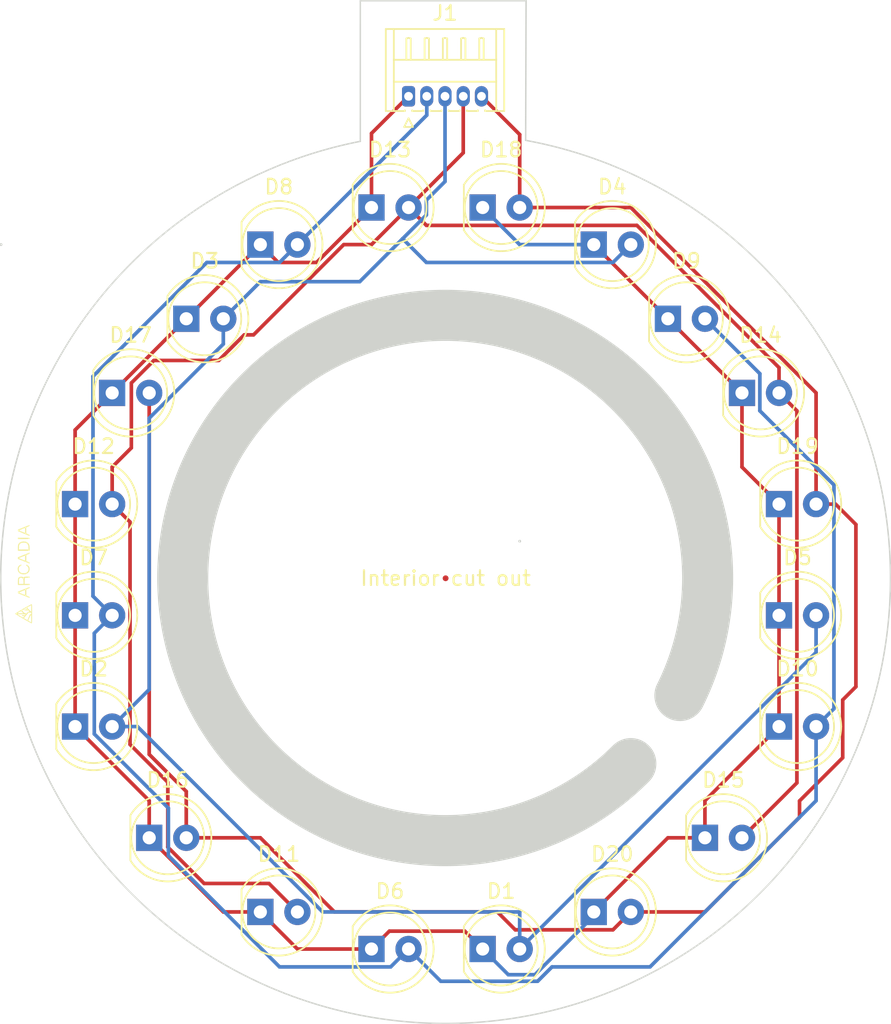
<source format=kicad_pcb>
(kicad_pcb (version 20211014) (generator pcbnew)
  (layers (0 "F.Cu" signal) (31 "B.Cu" signal) (34 "B.Paste" user) (35 "F.Paste" user) (36 "B.SilkS" user "B.Silkscreen") (37 "F.SilkS" user "F.Silkscreen") (38 "B.Mask" user) (39 "F.Mask" user) (44 "Edge.Cuts" user))
  (net 0 "")
  (net 1 "Net-(D1-Pad1)")
  (net 2 "Net-(D1-Pad2)")
  (net 3 "Net-(D10-Pad2)")
  (net 4 "Net-(D11-Pad2)")
  (net 5 "Net-(D16-Pad2)")
  (footprint "LED_THT:LED_D5.0mm" (layer "F.Cu") (at 93.98 43.18)
    (fp_text reference "D4" (at 1.27 -3.96) (layer "F.SilkS"))
    (fp_text value "LED_blue")
    (fp_line (start -1.29 -1.545) (end -1.29 1.545) (layer "F.SilkS") (width 0.12))
    (fp_arc (start -1.29 -1.54483) (mid 2.072002 -2.880433) (end 4.26 0.000462) (layer "F.SilkS") (width 0.12))
    (fp_arc (start 4.26 -0.000462) (mid 2.072002 2.880433) (end -1.29 1.54483) (layer "F.SilkS") (width 0.12))
    (fp_circle (center 1.27 0) (end 3.77 0) (layer "F.SilkS") (width 0.12) (fill none))
    (pad "1" thru_hole rect (at 0 0) (size 1.8 1.8) (drill 0.9) (layers *.Cu *.Mask) (net 1 "Net-(D1-Pad1)"))
    (pad "2" thru_hole circle (at 2.54 0) (size 1.8 1.8) (drill 0.9) (layers *.Cu *.Mask) (net 2 "Net-(D1-Pad2)"))
  )
  (footprint "Connector_Hirose:Hirose_DF13-05P-1.25DS_1x05_P1.25mm_Horizontal" (layer "F.Cu") (at 81.28 33.02)
    (fp_text reference "J1" (at 2.5 -5.7) (layer "F.SilkS"))
    (fp_text value "Conn_01x05_Male")
    (fp_line (start 5 -4) (end 5.15 -3.9625) (layer "F.SilkS") (width 0.12))
    (fp_line (start 0.25 0.96) (end 0.25 1.01) (layer "F.SilkS") (width 0.12))
    (fp_line (start 4.85 -2.5) (end 4.85 -3.9625) (layer "F.SilkS") (width 0.12))
    (fp_line (start 6.56 1.01) (end 5.25 1.01) (layer "F.SilkS") (width 0.12))
    (fp_line (start 3.6 -2.5) (end 3.6 -3.9625) (layer "F.SilkS") (width 0.12))
    (fp_line (start 5.15 -3.9625) (end 5.15 -2.5) (layer "F.SilkS") (width 0.12))
    (fp_line (start 6.01 -4.61) (end 6.01 1.01) (layer "F.SilkS") (width 0.12))
    (fp_line (start 3.6 -3.9625) (end 3.75 -4) (layer "F.SilkS") (width 0.12))
    (fp_line (start 1.5 1.01) (end 2.25 1.01) (layer "F.SilkS") (width 0.12))
    (fp_line (start 6.56 -4.61) (end 6.56 1.01) (layer "F.SilkS") (width 0.12))
    (fp_line (start -1.01 -4.61) (end -1.01 1.01) (layer "F.SilkS") (width 0.12))
    (fp_line (start 1.1 -3.9625) (end 1.25 -4) (layer "F.SilkS") (width 0.12))
    (fp_line (start 2.75 1.01) (end 3.5 1.01) (layer "F.SilkS") (width 0.12))
    (fp_line (start -1.56 1.01) (end -1.56 -4.61) (layer "F.SilkS") (width 0.12))
    (fp_line (start -0.15 -3.9625) (end 0 -4) (layer "F.SilkS") (width 0.12))
    (fp_line (start 3.9 -3.9625) (end 3.9 -2.5) (layer "F.SilkS") (width 0.12))
    (fp_line (start 4 0.96) (end 4 1.01) (layer "F.SilkS") (width 0.12))
    (fp_line (start 2.75 0.96) (end 2.75 1.01) (layer "F.SilkS") (width 0.12))
    (fp_line (start 4 1.01) (end 4.75 1.01) (layer "F.SilkS") (width 0.12))
    (fp_line (start 2.65 -3.9625) (end 2.65 -2.5) (layer "F.SilkS") (width 0.12))
    (fp_line (start 0 1.5) (end -0.3 2.1) (layer "F.SilkS") (width 0.12))
    (fp_line (start 5.25 1.01) (end 5.25 0.96) (layer "F.SilkS") (width 0.12))
    (fp_line (start -1.01 -1) (end 6.01 -1) (layer "F.SilkS") (width 0.12))
    (fp_line (start 3.5 1.01) (end 3.5 0.96) (layer "F.SilkS") (width 0.12))
    (fp_line (start 2.35 -2.5) (end 2.35 -3.9625) (layer "F.SilkS") (width 0.12))
    (fp_line (start 3.75 -4) (end 3.9 -3.9625) (layer "F.SilkS") (width 0.12))
    (fp_line (start -0.25 0.96) (end -0.25 1.01) (layer "F.SilkS") (width 0.12))
    (fp_line (start 1 1.01) (end 1 0.96) (layer "F.SilkS") (width 0.12))
    (fp_line (start -1.56 -4.61) (end 6.56 -4.61) (layer "F.SilkS") (width 0.12))
    (fp_line (start 2.5 -4) (end 2.65 -3.9625) (layer "F.SilkS") (width 0.12))
    (fp_line (start 0 -4) (end 0.15 -3.9625) (layer "F.SilkS") (width 0.12))
    (fp_line (start -0.15 -2.5) (end -0.15 -3.9625) (layer "F.SilkS") (width 0.12))
    (fp_line (start 2.35 -3.9625) (end 2.5 -4) (layer "F.SilkS") (width 0.12))
    (fp_line (start 4.85 -3.9625) (end 5 -4) (layer "F.SilkS") (width 0.12))
    (fp_line (start 0.15 -3.9625) (end 0.15 -2.5) (layer "F.SilkS") (width 0.12))
    (fp_line (start -0.3 2.1) (end 0.3 2.1) (layer "F.SilkS") (width 0.12))
    (fp_line (start -1.01 -2.5) (end 6.01 -2.5) (layer "F.SilkS") (width 0.12))
    (fp_line (start 0.3 2.1) (end 0 1.5) (layer "F.SilkS") (width 0.12))
    (fp_line (start 1.4 -3.9625) (end 1.4 -2.5) (layer "F.SilkS") (width 0.12))
    (fp_line (start 1.5 0.96) (end 1.5 1.01) (layer "F.SilkS") (width 0.12))
    (fp_line (start 0.25 1.01) (end 1 1.01) (layer "F.SilkS") (width 0.12))
    (fp_line (start -0.25 1.01) (end -1.56 1.01) (layer "F.SilkS") (width 0.12))
    (fp_line (start 4.75 1.01) (end 4.75 0.96) (layer "F.SilkS") (width 0.12))
    (fp_line (start 1.25 -4) (end 1.4 -3.9625) (layer "F.SilkS") (width 0.12))
    (fp_line (start 1.1 -2.5) (end 1.1 -3.9625) (layer "F.SilkS") (width 0.12))
    (fp_line (start 2.25 1.01) (end 2.25 0.96) (layer "F.SilkS") (width 0.12))
    (pad "1" thru_hole roundrect (at 0 0) (size 0.9 1.4) (drill 0.6) (layers *.Cu *.Mask) (net 1 "Net-(D1-Pad1)"))
    (pad "2" thru_hole oval (at 1.25 0) (size 0.9 1.4) (drill 0.6) (layers *.Cu *.Mask) (net 3 "Net-(D10-Pad2)"))
    (pad "3" thru_hole oval (at 2.5 0) (size 0.9 1.4) (drill 0.6) (layers *.Cu *.Mask) (net 2 "Net-(D1-Pad2)"))
    (pad "4" thru_hole oval (at 3.75 0) (size 0.9 1.4) (drill 0.6) (layers *.Cu *.Mask) (net 4 "Net-(D11-Pad2)"))
    (pad "5" thru_hole oval (at 5 0) (size 0.9 1.4) (drill 0.6) (layers *.Cu *.Mask) (net 5 "Net-(D16-Pad2)"))
  )
  (footprint "LED_THT:LED_D5.0mm" (layer "F.Cu") (at 58.42 76.2)
    (fp_text reference "D2" (at 1.27 -3.96) (layer "F.SilkS"))
    (fp_text value "LED_blue")
    (fp_line (start -1.29 -1.545) (end -1.29 1.545) (layer "F.SilkS") (width 0.12))
    (fp_arc (start -1.29 -1.54483) (mid 2.072002 -2.880433) (end 4.26 0.000462) (layer "F.SilkS") (width 0.12))
    (fp_arc (start 4.26 -0.000462) (mid 2.072002 2.880433) (end -1.29 1.54483) (layer "F.SilkS") (width 0.12))
    (fp_circle (center 1.27 0) (end 3.77 0) (layer "F.SilkS") (width 0.12) (fill none))
    (pad "1" thru_hole rect (at 0 0) (size 1.8 1.8) (drill 0.9) (layers *.Cu *.Mask) (net 1 "Net-(D1-Pad1)"))
    (pad "2" thru_hole circle (at 2.54 0) (size 1.8 1.8) (drill 0.9) (layers *.Cu *.Mask) (net 2 "Net-(D1-Pad2)"))
  )
  (footprint "LED_THT:LED_D5.0mm" (layer "F.Cu") (at 71.12 88.9)
    (fp_text reference "D11" (at 1.27 -3.96) (layer "F.SilkS"))
    (fp_text value "LED_yellow")
    (fp_line (start -1.29 -1.545) (end -1.29 1.545) (layer "F.SilkS") (width 0.12))
    (fp_arc (start -1.29 -1.54483) (mid 2.072002 -2.880433) (end 4.26 0.000462) (layer "F.SilkS") (width 0.12))
    (fp_arc (start 4.26 -0.000462) (mid 2.072002 2.880433) (end -1.29 1.54483) (layer "F.SilkS") (width 0.12))
    (fp_circle (center 1.27 0) (end 3.77 0) (layer "F.SilkS") (width 0.12) (fill none))
    (pad "1" thru_hole rect (at 0 0) (size 1.8 1.8) (drill 0.9) (layers *.Cu *.Mask) (net 1 "Net-(D1-Pad1)"))
    (pad "2" thru_hole circle (at 2.54 0) (size 1.8 1.8) (drill 0.9) (layers *.Cu *.Mask) (net 4 "Net-(D11-Pad2)"))
  )
  (footprint "LED_THT:LED_D5.0mm" (layer "F.Cu") (at 101.6 83.82)
    (fp_text reference "D15" (at 1.27 -3.96) (layer "F.SilkS"))
    (fp_text value "LED_yellow")
    (fp_line (start -1.29 -1.545) (end -1.29 1.545) (layer "F.SilkS") (width 0.12))
    (fp_arc (start 4.26 -0.000462) (mid 2.072002 2.880433) (end -1.29 1.54483) (layer "F.SilkS") (width 0.12))
    (fp_arc (start -1.29 -1.54483) (mid 2.072002 -2.880433) (end 4.26 0.000462) (layer "F.SilkS") (width 0.12))
    (fp_circle (center 1.27 0) (end 3.77 0) (layer "F.SilkS") (width 0.12) (fill none))
    (pad "1" thru_hole rect (at 0 0) (size 1.8 1.8) (drill 0.9) (layers *.Cu *.Mask) (net 1 "Net-(D1-Pad1)"))
    (pad "2" thru_hole circle (at 2.54 0) (size 1.8 1.8) (drill 0.9) (layers *.Cu *.Mask) (net 4 "Net-(D11-Pad2)"))
  )
  (footprint "LOGO" (layer "F.Cu") (at 54.881544 65.757598 90)
    (fp_text reference "G***" hide)
    (fp_text value "LOGO" hide)
    (fp_poly (pts (xy 2.492966 0.01163) (xy 2.491626 0.133081) (xy 2.490222 0.227086) (xy 2.488438 0.29721) (xy 2.485957 0.34702) (xy 2.482464 0.380081) (xy 2.477643 0.399959) (xy 2.471178 0.410221) (xy 2.462752 0.414431) (xy 2.457176 0.415459) (xy 2.426363 0.414422) (xy 2.414533 0.408998) (xy 2.411538 0.391094) (xy 2.408854 0.346457) (xy 2.406597 0.279367) (xy 2.404884 0.194103) (xy 2.40383 0.094946) (xy 2.403541 0.005169) (xy 2.403541 -0.387668) (xy 2.497105 -0.387668)) (layer "F.SilkS") (width 0) (fill solid))
    (fp_poly (pts (xy -2.697539 -0.5607) (xy -2.671118 -0.523848) (xy -2.633827 -0.46663) (xy -2.587642 -0.392485) (xy -2.53454 -0.304852) (xy -2.476496 -0.207169) (xy -2.415486 -0.102875) (xy -2.353486 0.004592) (xy -2.292472 0.111793) (xy -2.234421 0.215289) (xy -2.181306 0.311642) (xy -2.135106 0.397413) (xy -2.097795 0.469164) (xy -2.071349 0.523456) (xy -2.057745 0.55685) (xy -2.056548 0.565375) (xy -2.061762 0.571287) (xy -2.074253 0.576152) (xy -2.09674 0.580069) (xy -2.131942 0.583137) (xy -2.18258 0.585455) (xy -2.251372 0.587122) (xy -2.341037 0.588235) (xy -2.454296 0.588895) (xy -2.593866 0.5892) (xy -2.713675 0.589255) (xy -2.873468 0.589163) (xy -3.005006 0.588816) (xy -3.11105 0.588108) (xy -3.194357 0.586934) (xy -3.257688 0.585187) (xy -3.303802 0.582763) (xy -3.335457 0.579555) (xy -3.355413 0.575458) (xy -3.366429 0.570367) (xy -3.371263 0.564174) (xy -3.371306 0.564064) (xy -3.366258 0.544501) (xy -3.35845 0.527229) (xy -3.304688 0.527229) (xy -3.054565 0.527229) (xy -2.960572 0.526909) (xy -2.893406 0.525674) (xy -2.848886 0.52311) (xy -2.822831 0.518802) (xy -2.811058 0.512336) (xy -2.809385 0.503297) (xy -2.809455 0.502943) (xy -2.824131 0.490181) (xy -2.860797 0.468457) (xy -2.91289 0.440918) (xy -2.973848 0.410708) (xy -3.037108 0.380974) (xy -3.096108 0.354861) (xy -3.144284 0.335516) (xy -3.175075 0.326082) (xy -3.179351 0.325641) (xy -3.192962 0.337878) (xy -3.206454 0.360531) (xy -3.224864 0.394748) (xy -3.251605 0.440737) (xy -3.264096 0.461325) (xy -3.304688 0.527229) (xy -3.35845 0.527229) (xy -3.347079 0.502074) (xy -3.31576 0.440212) (xy -3.274292 0.362348) (xy -3.224664 0.271911) (xy -3.222594 0.268217) (xy -3.146246 0.268217) (xy -3.145795 0.269372) (xy -3.130145 0.276663) (xy -3.09155 0.293514) (xy -3.035665 0.317484) (xy -2.968143 0.346133) (xy -2.961783 0.348817) (xy -2.878731 0.384146) (xy -2.8201 0.410397) (xy -2.781645 0.430336) (xy -2.759124 0.446732) (xy -2.748294 0.462348) (xy -2.744913 0.479953) (xy -2.744689 0.490361) (xy -2.740271 0.515365) (xy -2.721021 0.525587) (xy -2.690415 0.527229) (xy -2.636142 0.527229) (xy -2.581222 0.527229) (xy -2.126305 0.527229) (xy -2.206157 0.387668) (xy -2.240002 0.329888) (xy -2.268508 0.283771) (xy -2.288094 0.254963) (xy -2.294702 0.248108) (xy -2.308305 0.258479) (xy -2.339219 0.286811) (xy -2.383032 0.328933) (xy -2.435332 0.380671) (xy -2.442308 0.387668) (xy -2.581222 0.527229) (xy -2.636142 0.527229) (xy -2.636142 0.34282) (xy -2.815784 0.190793) (xy -2.878891 0.137705) (xy -2.933693 0.092202) (xy -2.975826 0.057861) (xy -3.000926 0.038259) (xy -3.005741 0.035097) (xy -3.016992 0.0458) (xy -3.038519 0.076307) (xy -3.065921 0.119256) (xy -3.094796 0.167284) (xy -3.120743 0.213028) (xy -3.13936 0.249127) (xy -3.146246 0.268217) (xy -3.222594 0.268217) (xy -3.168869 0.172332) (xy -3.108896 0.067044) (xy -3.054268 -0.027493) (xy -2.981138 -0.027493) (xy -2.93657 0.008956) (xy -2.90449 0.032986) (xy -2.882552 0.04549) (xy -2.880373 0.045963) (xy -2.873742 0.03235) (xy -2.86953 -0.003072) (xy -2.868743 -0.031013) (xy -2.86711 -0.077518) (xy -2.860179 -0.100712) (xy -2.844903 -0.108215) (xy -2.837729 -0.108547) (xy -2.8217 -0.10573) (xy -2.812382 -0.092944) (xy -2.807991 -0.06368) (xy -2.806745 -0.011433) (xy -2.806716 0.004652) (xy -2.802784 0.081427) (xy -2.790549 0.13015) (xy -2.769349 0.152825) (xy -2.757094 0.155067) (xy -2.756451 0.152649) (xy -2.682662 0.152649) (xy -2.678507 0.199412) (xy -2.661515 0.234833) (xy -2.628388 0.270363) (xy -2.590863 0.313183) (xy -2.575427 0.353745) (xy -2.574115 0.373017) (xy -2.574115 0.424484) (xy -2.527595 0.379915) (xy -2.505255 0.356861) (xy -2.491522 0.334662) (xy -2.484307 0.305179) (xy -2.481521 0.260274) (xy -2.481075 0.198686) (xy -2.480511 0.133143) (xy -2.47794 0.092661) (xy -2.472044 0.071296) (xy -2.461506 0.063106) (xy -2.45077 0.062027) (xy -2.434197 0.06572) (xy -2.424312 0.081281) (xy -2.418815 0.115433) (xy -2.41588 0.163947) (xy -2.411294 0.265866) (xy -2.369101 0.221718) (xy -2.326907 0.177569) (xy -2.490945 -0.107315) (xy -2.586803 -0.010597) (xy -2.633535 0.03789) (xy -2.662049 0.072712) (xy -2.676768 0.101401) (xy -2.682113 0.131489) (xy -2.682662 0.152649) (xy -2.756451 0.152649) (xy -2.753182 0.140366) (xy -2.749777 0.099479) (xy -2.747087 0.037232) (xy -2.746071 -0.008122) (xy -2.682662 -0.008122) (xy -2.603514 -0.087271) (xy -2.524365 -0.166419) (xy -2.597117 -0.29255) (xy -2.629251 -0.34716) (xy -2.655584 -0.38986) (xy -2.672406 -0.414737) (xy -2.676266 -0.418681) (xy -2.678625 -0.404126) (xy -2.680592 -0.364263) (xy -2.681989 -0.3048) (xy -2.682637 -0.23144) (xy -2.682662 -0.213402) (xy -2.682662 -0.008122) (xy -2.746071 -0.008122) (xy -2.745322 -0.041547) (xy -2.744689 -0.131807) (xy -2.744977 -0.222272) (xy -2.745778 -0.301018) (xy -2.746998 -0.36322) (xy -2.748541 -0.40405) (xy -2.750309 -0.418681) (xy -2.759599 -0.405994) (xy -2.781371 -0.371092) (xy -2.812762 -0.318709) (xy -2.85091 -0.253581) (xy -2.868534 -0.223087) (xy -2.981138 -0.027493) (xy -3.054268 -0.027493) (xy -3.046737 -0.040525) (xy -2.984382 -0.146942) (xy -2.923821 -0.248776) (xy -2.867047 -0.342597) (xy -2.816048 -0.424975) (xy -2.772817 -0.492477) (xy -2.739343 -0.541673) (xy -2.717617 -0.569132) (xy -2.711116 -0.573748)) (layer "F.SilkS") (width 0) (fill solid))
    (fp_poly (pts (xy -1.042467 0.003158) (xy -1.000726 0.106669) (xy -0.963098 0.200789) (xy -0.931086 0.281691) (xy -0.906193 0.345551) (xy -0.889922 0.388544) (xy -0.883776 0.406845) (xy -0.883762 0.407052) (xy -0.897099 0.415954) (xy -0.920843 0.418682) (xy -0.94154 0.414524) (xy -0.959374 0.398212) (xy -0.978571 0.363984) (xy -1.003282 0.306258) (xy -1.048761 0.193834) (xy -1.46322 0.193834) (xy -1.509857 0.306258) (xy -1.535431 0.364363) (xy -1.555289 0.398704) (xy -1.573567 0.414921) (xy -1.592349 0.418682) (xy -1.620085 0.414123) (xy -1.628205 0.406294) (xy -1.622506 0.389221) (xy -1.606435 0.34736) (xy -1.581532 0.284556) (xy -1.549336 0.204657) (xy -1.511385 0.111509) (xy -1.502198 0.089164) (xy -1.422272 0.089164) (xy -1.418313 0.097976) (xy -1.39567 0.103843) (xy -1.350572 0.107202) (xy -1.279247 0.108495) (xy -1.256044 0.108547) (xy -1.177278 0.107715) (xy -1.125718 0.104925) (xy -1.097596 0.099738) (xy -1.089141 0.091715) (xy -1.089678 0.089164) (xy -1.124022 0.002386) (xy -1.158385 -0.081492) (xy -1.19068 -0.157676) (xy -1.218817 -0.221374) (xy -1.240707 -0.267792) (xy -1.25426 -0.292137) (xy -1.256964 -0.294627) (xy -1.267081 -0.280963) (xy -1.287084 -0.239721) (xy -1.317135 -0.17053) (xy -1.357392 -0.073018) (xy -1.408017 0.053187) (xy -1.422272 0.089164) (xy -1.502198 0.089164) (xy -1.46922 0.008957) (xy -1.46841 0.006996) (xy -1.308614 -0.379914) (xy -1.254954 -0.38451) (xy -1.201295 -0.389106)) (layer "F.SilkS") (width 0) (fill solid))
    (fp_poly (pts (xy 1.787149 -0.387327) (xy 1.892135 -0.38485) (xy 1.972605 -0.376548) (xy 2.034813 -0.360474) (xy 2.085013 -0.33468) (xy 2.129458 -0.297218) (xy 2.151037 -0.274005) (xy 2.197122 -0.205606) (xy 2.225655 -0.12285) (xy 2.238331 -0.02002) (xy 2.23934 0.024168) (xy 2.227249 0.139233) (xy 2.191522 0.236774) (xy 2.13355 0.314843) (xy 2.05473 0.371487) (xy 1.969353 0.402034) (xy 1.925569 0.408819) (xy 1.866218 0.413865) (xy 1.799057 0.417037) (xy 1.731844 0.4182) (xy 1.672337 0.417218) (xy 1.628292 0.413958) (xy 1.607529 0.408344) (xy 1.604713 0.390624) (xy 1.60219 0.346161) (xy 1.602031 0.341148) (xy 1.690232 0.341148) (xy 1.804218 0.341148) (xy 1.86918 0.338715) (xy 1.929278 0.332341) (xy 1.970915 0.323562) (xy 2.035088 0.289648) (xy 2.092899 0.237303) (xy 2.133909 0.176692) (xy 2.141778 0.157211) (xy 2.157261 0.080524) (xy 2.159624 -0.006325) (xy 2.149599 -0.091101) (xy 2.127917 -0.161568) (xy 2.122029 -0.173264) (xy 2.083268 -0.232152) (xy 2.039212 -0.272106) (xy 1.983242 -0.296284) (xy 1.908742 -0.307844) (xy 1.835252 -0.310134) (xy 1.690232 -0.310134) (xy 1.690232 0.341148) (xy 1.602031 0.341148) (xy 1.600067 0.279227) (xy 1.598456 0.194092) (xy 1.597464 0.095026) (xy 1.597191 0.005169) (xy 1.597191 -0.387668)) (layer "F.SilkS") (width 0) (fill solid))
    (fp_poly (pts (xy -0.435113 -0.385754) (xy -0.354859 -0.379041) (xy -0.295442 -0.366071) (xy -0.251864 -0.345388) (xy -0.219128 -0.315533) (xy -0.199815 -0.288115) (xy -0.176802 -0.225679) (xy -0.170969 -0.151297) (xy -0.182276 -0.078813) (xy -0.200556 -0.036307) (xy -0.219282 -0.003265) (xy -0.221615 0.015815) (xy -0.207547 0.033303) (xy -0.200498 0.039753) (xy -0.18731 0.055199) (xy -0.178628 0.077134) (xy -0.173548 0.111694) (xy -0.171164 0.165014) (xy -0.170574 0.242758) (xy -0.170574 0.418682) (xy -0.209341 0.418682) (xy -0.227077 0.417707) (xy -0.238361 0.410971) (xy -0.244652 0.392752) (xy -0.247408 0.357333) (xy -0.248089 0.298992) (xy -0.248108 0.266716) (xy -0.250151 0.183979) (xy -0.256093 0.126663) (xy -0.265651 0.097354) (xy -0.266716 0.096142) (xy -0.292813 0.08672) (xy -0.349123 0.0806) (xy -0.435909 0.077759) (xy -0.476056 0.077534) (xy -0.666789 0.077534) (xy -0.666789 0.418682) (xy -0.744323 0.418682) (xy -0.744323 0.002823) (xy -0.666789 0.002823) (xy -0.502667 -0.002465) (xy -0.429556 -0.005126) (xy -0.380411 -0.008728) (xy -0.348197 -0.01515) (xy -0.325881 -0.02627) (xy -0.306429 -0.043969) (xy -0.293326 -0.058395) (xy -0.256617 -0.117847) (xy -0.24626 -0.179999) (xy -0.262389 -0.237996) (xy -0.289139 -0.272108) (xy -0.309471 -0.288977) (xy -0.331405 -0.29996) (xy -0.361835 -0.306308) (xy -0.407656 -0.309274) (xy -0.475759 -0.310111) (xy -0.498479 -0.310134) (xy -0.666789 -0.310134) (xy -0.666789 0.002823) (xy -0.744323 0.002823) (xy -0.744323 -0.387668) (xy -0.541202 -0.387668)) (layer "F.SilkS") (width 0) (fill solid))
    (fp_poly (pts (xy 3.207367 -0.003167) (xy 3.249145 0.099825) (xy 3.286762 0.193792) (xy 3.318685 0.274803) (xy 3.343381 0.338928) (xy 3.359316 0.382237) (xy 3.364957 0.400793) (xy 3.351954 0.415182) (xy 3.333061 0.418682) (xy 3.313225 0.411789) (xy 3.292383 0.387946) (xy 3.267074 0.342404) (xy 3.24796 0.30193) (xy 3.194755 0.185178) (xy 2.991881 0.189506) (xy 2.789008 0.193834) (xy 2.742096 0.306258) (xy 2.716774 0.363808) (xy 2.697323 0.397871) (xy 2.679359 0.41423) (xy 2.658499 0.418668) (xy 2.656865 0.418682) (xy 2.629442 0.413743) (xy 2.626292 0.395448) (xy 2.627459 0.391545) (xy 2.635601 0.370277) (xy 2.653897 0.324483) (xy 2.680666 0.258303) (xy 2.714227 0.175879) (xy 2.741775 0.108547) (xy 2.822675 0.108547) (xy 2.994681 0.108547) (xy 3.069583 0.108156) (xy 3.118425 0.106432) (xy 3.146155 0.102547) (xy 3.157722 0.095672) (xy 3.158076 0.08498) (xy 3.156919 0.081411) (xy 3.131669 0.014028) (xy 3.10301 -0.058082) (xy 3.073327 -0.129455) (xy 3.045004 -0.194623) (xy 3.020424 -0.248121) (xy 3.001973 -0.284483) (xy 2.992034 -0.298242) (xy 2.991419 -0.298013) (xy 2.980766 -0.278013) (xy 2.960693 -0.233039) (xy 2.932874 -0.167074) (xy 2.898986 -0.084104) (xy 2.860704 0.011886) (xy 2.854696 0.027137) (xy 2.822675 0.108547) (xy 2.741775 0.108547) (xy 2.752902 0.081352) (xy 2.789499 -0.007753) (xy 2.942625 -0.379914) (xy 2.996201 -0.384577) (xy 3.049777 -0.389239)) (layer "F.SilkS") (width 0) (fill solid))
    (fp_poly (pts (xy 0.45309 -0.386985) (xy 0.520116 -0.357066) (xy 0.579482 -0.310226) (xy 0.624598 -0.253631) (xy 0.648879 -0.19445) (xy 0.651282 -0.171344) (xy 0.642334 -0.14416) (xy 0.620693 -0.138501) (xy 0.594165 -0.152618) (xy 0.570557 -0.184761) (xy 0.568201 -0.189957) (xy 0.531846 -0.253451) (xy 0.483559 -0.294172) (xy 0.417133 -0.316059) (xy 0.359776 -0.322125) (xy 0.275081 -0.319289) (xy 0.209829 -0.298422) (xy 0.155782 -0.25548) (xy 0.114563 -0.201743) (xy 0.089688 -0.156592) (xy 0.074806 -0.106774) (xy 0.066592 -0.040305) (xy 0.065519 -0.024933) (xy 0.065607 0.075847) (xy 0.081645 0.156248) (xy 0.115467 0.223503) (xy 0.134987 0.249059) (xy 0.200741 0.307107) (xy 0.279557 0.338472) (xy 0.351756 0.345579) (xy 0.431022 0.335995) (xy 0.491511 0.304867) (xy 0.539716 0.248629) (xy 0.545463 0.239213) (xy 0.576736 0.199802) (xy 0.611257 0.186214) (xy 0.615706 0.186081) (xy 0.643391 0.190992) (xy 0.645999 0.208357) (xy 0.645188 0.210609) (xy 0.636831 0.239799) (xy 0.635775 0.248836) (xy 0.624472 0.273511) (xy 0.595759 0.308541) (xy 0.557433 0.34621) (xy 0.51729 0.378805) (xy 0.485325 0.397731) (xy 0.419806 0.413846) (xy 0.339931 0.417561) (xy 0.259603 0.409257) (xy 0.193701 0.389762) (xy 0.11877 0.340313) (xy 0.054487 0.268075) (xy 0.007978 0.181072) (xy 0.007694 0.180331) (xy -0.009512 0.107267) (xy -0.014821 0.018394) (xy -0.008849 -0.074313) (xy 0.007787 -0.158881) (xy 0.027886 -0.211717) (xy 0.086947 -0.294469) (xy 0.164766 -0.355025) (xy 0.256603 -0.391432) (xy 0.35772 -0.401738)) (layer "F.SilkS") (width 0) (fill solid))
    (fp_poly (pts (xy 1.314262 0.004055) (xy 1.35609 0.107421) (xy 1.393795 0.201397) (xy 1.425867 0.282157) (xy 1.450797 0.345874) (xy 1.467076 0.38872) (xy 1.473194 0.40687) (xy 1.473206 0.407052) (xy 1.459913 0.415953) (xy 1.436178 0.418682) (xy 1.415481 0.414524) (xy 1.397647 0.398212) (xy 1.37845 0.363984) (xy 1.353739 0.306258) (xy 1.30826 0.193834) (xy 0.891887 0.193834) (xy 0.846135 0.306258) (xy 0.821026 0.364379) (xy 0.801484 0.398707) (xy 0.783398 0.414909) (xy 0.7646 0.418682) (xy 0.736792 0.414386) (xy 0.728571 0.407052) (xy 0.734132 0.390167) (xy 0.749942 0.34841) (xy 0.77449 0.285608) (xy 0.806268 0.205586) (xy 0.843767 0.112171) (xy 0.847924 0.101907) (xy 0.930403 0.101907) (xy 0.944871 0.104564) (xy 0.984122 0.106714) (xy 1.041928 0.108119) (xy 1.102636 0.108547) (xy 1.180777 0.107719) (xy 1.231735 0.104935) (xy 1.259299 0.099746) (xy 1.267264 0.091706) (xy 1.266623 0.089164) (xy 1.257457 0.067063) (xy 1.239603 0.023604) (xy 1.216082 -0.033851) (xy 1.201404 -0.06978) (xy 1.173788 -0.137281) (xy 1.147938 -0.200211) (xy 1.127888 -0.248761) (xy 1.121703 -0.263614) (xy 1.098975 -0.317887) (xy 1.014689 -0.11131) (xy 0.984694 -0.037359) (xy 0.959406 0.025822) (xy 0.940911 0.072953) (xy 0.931295 0.098756) (xy 0.930403 0.101907) (xy 0.847924 0.101907) (xy 0.885476 0.009189) (xy 0.887515 0.004176) (xy 1.046703 -0.38707) (xy 1.100977 -0.387191) (xy 1.15525 -0.387312)) (layer "F.SilkS") (width 0) (fill solid))
  )
  (footprint "LED_THT:LED_D5.0mm" (layer "F.Cu") (at 104.14 53.34)
    (fp_text reference "D14" (at 1.27 -3.96) (layer "F.SilkS"))
    (fp_text value "LED_yellow")
    (fp_line (start -1.29 -1.545) (end -1.29 1.545) (layer "F.SilkS") (width 0.12))
    (fp_arc (start -1.29 -1.54483) (mid 2.072002 -2.880433) (end 4.26 0.000462) (layer "F.SilkS") (width 0.12))
    (fp_arc (start 4.26 -0.000462) (mid 2.072002 2.880433) (end -1.29 1.54483) (layer "F.SilkS") (width 0.12))
    (fp_circle (center 1.27 0) (end 3.77 0) (layer "F.SilkS") (width 0.12) (fill none))
    (pad "1" thru_hole rect (at 0 0) (size 1.8 1.8) (drill 0.9) (layers *.Cu *.Mask) (net 1 "Net-(D1-Pad1)"))
    (pad "2" thru_hole circle (at 2.54 0) (size 1.8 1.8) (drill 0.9) (layers *.Cu *.Mask) (net 4 "Net-(D11-Pad2)"))
  )
  (footprint "LED_THT:LED_D5.0mm" (layer "F.Cu") (at 86.36 40.64)
    (fp_text reference "D18" (at 1.27 -3.96) (layer "F.SilkS"))
    (fp_text value "LED_red")
    (fp_line (start -1.29 -1.545) (end -1.29 1.545) (layer "F.SilkS") (width 0.12))
    (fp_arc (start -1.29 -1.54483) (mid 2.072002 -2.880433) (end 4.26 0.000462) (layer "F.SilkS") (width 0.12))
    (fp_arc (start 4.26 -0.000462) (mid 2.072002 2.880433) (end -1.29 1.54483) (layer "F.SilkS") (width 0.12))
    (fp_circle (center 1.27 0) (end 3.77 0) (layer "F.SilkS") (width 0.12) (fill none))
    (pad "1" thru_hole rect (at 0 0) (size 1.8 1.8) (drill 0.9) (layers *.Cu *.Mask) (net 1 "Net-(D1-Pad1)"))
    (pad "2" thru_hole circle (at 2.54 0) (size 1.8 1.8) (drill 0.9) (layers *.Cu *.Mask) (net 5 "Net-(D16-Pad2)"))
  )
  (footprint "LED_THT:LED_D5.0mm" (layer "F.Cu") (at 99.06 48.26)
    (fp_text reference "D9" (at 1.27 -3.96) (layer "F.SilkS"))
    (fp_text value "LED_green")
    (fp_line (start -1.29 -1.545) (end -1.29 1.545) (layer "F.SilkS") (width 0.12))
    (fp_arc (start -1.29 -1.54483) (mid 2.072002 -2.880433) (end 4.26 0.000462) (layer "F.SilkS") (width 0.12))
    (fp_arc (start 4.26 -0.000462) (mid 2.072002 2.880433) (end -1.29 1.54483) (layer "F.SilkS") (width 0.12))
    (fp_circle (center 1.27 0) (end 3.77 0) (layer "F.SilkS") (width 0.12) (fill none))
    (pad "1" thru_hole rect (at 0 0) (size 1.8 1.8) (drill 0.9) (layers *.Cu *.Mask) (net 1 "Net-(D1-Pad1)"))
    (pad "2" thru_hole circle (at 2.54 0) (size 1.8 1.8) (drill 0.9) (layers *.Cu *.Mask) (net 3 "Net-(D10-Pad2)"))
  )
  (footprint "LED_THT:LED_D5.0mm" (layer "F.Cu") (at 71.12 43.18)
    (fp_text reference "D8" (at 1.27 -3.96) (layer "F.SilkS"))
    (fp_text value "LED_green")
    (fp_line (start -1.29 -1.545) (end -1.29 1.545) (layer "F.SilkS") (width 0.12))
    (fp_arc (start -1.29 -1.54483) (mid 2.072002 -2.880433) (end 4.26 0.000462) (layer "F.SilkS") (width 0.12))
    (fp_arc (start 4.26 -0.000462) (mid 2.072002 2.880433) (end -1.29 1.54483) (layer "F.SilkS") (width 0.12))
    (fp_circle (center 1.27 0) (end 3.77 0) (layer "F.SilkS") (width 0.12) (fill none))
    (pad "1" thru_hole rect (at 0 0) (size 1.8 1.8) (drill 0.9) (layers *.Cu *.Mask) (net 1 "Net-(D1-Pad1)"))
    (pad "2" thru_hole circle (at 2.54 0) (size 1.8 1.8) (drill 0.9) (layers *.Cu *.Mask) (net 3 "Net-(D10-Pad2)"))
  )
  (footprint "LED_THT:LED_D5.0mm" (layer "F.Cu") (at 63.5 83.82)
    (fp_text reference "D16" (at 1.27 -3.96) (layer "F.SilkS"))
    (fp_text value "LED_red")
    (fp_line (start -1.29 -1.545) (end -1.29 1.545) (layer "F.SilkS") (width 0.12))
    (fp_arc (start -1.29 -1.54483) (mid 2.072002 -2.880433) (end 4.26 0.000462) (layer "F.SilkS") (width 0.12))
    (fp_arc (start 4.26 -0.000462) (mid 2.072002 2.880433) (end -1.29 1.54483) (layer "F.SilkS") (width 0.12))
    (fp_circle (center 1.27 0) (end 3.77 0) (layer "F.SilkS") (width 0.12) (fill none))
    (pad "1" thru_hole rect (at 0 0) (size 1.8 1.8) (drill 0.9) (layers *.Cu *.Mask) (net 1 "Net-(D1-Pad1)"))
    (pad "2" thru_hole circle (at 2.54 0) (size 1.8 1.8) (drill 0.9) (layers *.Cu *.Mask) (net 5 "Net-(D16-Pad2)"))
  )
  (footprint "LED_THT:LED_D5.0mm" (layer "F.Cu") (at 60.96 53.34)
    (fp_text reference "D17" (at 1.27 -3.96) (layer "F.SilkS"))
    (fp_text value "LED_red")
    (fp_line (start -1.29 -1.545) (end -1.29 1.545) (layer "F.SilkS") (width 0.12))
    (fp_arc (start 4.26 -0.000462) (mid 2.072002 2.880433) (end -1.29 1.54483) (layer "F.SilkS") (width 0.12))
    (fp_arc (start -1.29 -1.54483) (mid 2.072002 -2.880433) (end 4.26 0.000462) (layer "F.SilkS") (width 0.12))
    (fp_circle (center 1.27 0) (end 3.77 0) (layer "F.SilkS") (width 0.12) (fill none))
    (pad "1" thru_hole rect (at 0 0) (size 1.8 1.8) (drill 0.9) (layers *.Cu *.Mask) (net 1 "Net-(D1-Pad1)"))
    (pad "2" thru_hole circle (at 2.54 0) (size 1.8 1.8) (drill 0.9) (layers *.Cu *.Mask) (net 5 "Net-(D16-Pad2)"))
  )
  (footprint "LED_THT:LED_D5.0mm" (layer "F.Cu") (at 78.74 40.64)
    (fp_text reference "D13" (at 1.27 -3.96) (layer "F.SilkS"))
    (fp_text value "LED_yellow")
    (fp_line (start -1.29 -1.545) (end -1.29 1.545) (layer "F.SilkS") (width 0.12))
    (fp_arc (start -1.29 -1.54483) (mid 2.072002 -2.880433) (end 4.26 0.000462) (layer "F.SilkS") (width 0.12))
    (fp_arc (start 4.26 -0.000462) (mid 2.072002 2.880433) (end -1.29 1.54483) (layer "F.SilkS") (width 0.12))
    (fp_circle (center 1.27 0) (end 3.77 0) (layer "F.SilkS") (width 0.12) (fill none))
    (pad "1" thru_hole rect (at 0 0) (size 1.8 1.8) (drill 0.9) (layers *.Cu *.Mask) (net 1 "Net-(D1-Pad1)"))
    (pad "2" thru_hole circle (at 2.54 0) (size 1.8 1.8) (drill 0.9) (layers *.Cu *.Mask) (net 4 "Net-(D11-Pad2)"))
  )
  (footprint "LED_THT:LED_D5.0mm" (layer "F.Cu") (at 78.74 91.44)
    (fp_text reference "D6" (at 1.27 -3.96) (layer "F.SilkS"))
    (fp_text value "LED_green")
    (fp_line (start -1.29 -1.545) (end -1.29 1.545) (layer "F.SilkS") (width 0.12))
    (fp_arc (start 4.26 -0.000462) (mid 2.072002 2.880433) (end -1.29 1.54483) (layer "F.SilkS") (width 0.12))
    (fp_arc (start -1.29 -1.54483) (mid 2.072002 -2.880433) (end 4.26 0.000462) (layer "F.SilkS") (width 0.12))
    (fp_circle (center 1.27 0) (end 3.77 0) (layer "F.SilkS") (width 0.12) (fill none))
    (pad "1" thru_hole rect (at 0 0) (size 1.8 1.8) (drill 0.9) (layers *.Cu *.Mask) (net 1 "Net-(D1-Pad1)"))
    (pad "2" thru_hole circle (at 2.54 0) (size 1.8 1.8) (drill 0.9) (layers *.Cu *.Mask) (net 3 "Net-(D10-Pad2)"))
  )
  (footprint "LED_THT:LED_D5.0mm" (layer "F.Cu") (at 66.04 48.26)
    (fp_text reference "D3" (at 1.27 -3.96) (layer "F.SilkS"))
    (fp_text value "LED_blue")
    (fp_line (start -1.29 -1.545) (end -1.29 1.545) (layer "F.SilkS") (width 0.12))
    (fp_arc (start -1.29 -1.54483) (mid 2.072002 -2.880433) (end 4.26 0.000462) (layer "F.SilkS") (width 0.12))
    (fp_arc (start 4.26 -0.000462) (mid 2.072002 2.880433) (end -1.29 1.54483) (layer "F.SilkS") (width 0.12))
    (fp_circle (center 1.27 0) (end 3.77 0) (layer "F.SilkS") (width 0.12) (fill none))
    (pad "1" thru_hole rect (at 0 0) (size 1.8 1.8) (drill 0.9) (layers *.Cu *.Mask) (net 1 "Net-(D1-Pad1)"))
    (pad "2" thru_hole circle (at 2.54 0) (size 1.8 1.8) (drill 0.9) (layers *.Cu *.Mask) (net 2 "Net-(D1-Pad2)"))
  )
  (footprint "LED_THT:LED_D5.0mm" (layer "F.Cu") (at 58.42 60.96)
    (fp_text reference "D12" (at 1.27 -3.96) (layer "F.SilkS"))
    (fp_text value "LED_yellow")
    (fp_line (start -1.29 -1.545) (end -1.29 1.545) (layer "F.SilkS") (width 0.12))
    (fp_arc (start -1.29 -1.54483) (mid 2.072002 -2.880433) (end 4.26 0.000462) (layer "F.SilkS") (width 0.12))
    (fp_arc (start 4.26 -0.000462) (mid 2.072002 2.880433) (end -1.29 1.54483) (layer "F.SilkS") (width 0.12))
    (fp_circle (center 1.27 0) (end 3.77 0) (layer "F.SilkS") (width 0.12) (fill none))
    (pad "1" thru_hole rect (at 0 0) (size 1.8 1.8) (drill 0.9) (layers *.Cu *.Mask) (net 1 "Net-(D1-Pad1)"))
    (pad "2" thru_hole circle (at 2.54 0) (size 1.8 1.8) (drill 0.9) (layers *.Cu *.Mask) (net 4 "Net-(D11-Pad2)"))
  )
  (footprint "LED_THT:LED_D5.0mm" (layer "F.Cu") (at 106.68 68.58)
    (fp_text reference "D5" (at 1.27 -3.96) (layer "F.SilkS"))
    (fp_text value "LED_blue")
    (fp_line (start -1.29 -1.545) (end -1.29 1.545) (layer "F.SilkS") (width 0.12))
    (fp_arc (start 4.26 -0.000462) (mid 2.072002 2.880433) (end -1.29 1.54483) (layer "F.SilkS") (width 0.12))
    (fp_arc (start -1.29 -1.54483) (mid 2.072002 -2.880433) (end 4.26 0.000462) (layer "F.SilkS") (width 0.12))
    (fp_circle (center 1.27 0) (end 3.77 0) (layer "F.SilkS") (width 0.12) (fill none))
    (pad "1" thru_hole rect (at 0 0) (size 1.8 1.8) (drill 0.9) (layers *.Cu *.Mask) (net 1 "Net-(D1-Pad1)"))
    (pad "2" thru_hole circle (at 2.54 0) (size 1.8 1.8) (drill 0.9) (layers *.Cu *.Mask) (net 2 "Net-(D1-Pad2)"))
  )
  (footprint "LED_THT:LED_D5.0mm" (layer "F.Cu") (at 93.98 88.9)
    (fp_text reference "D20" (at 1.27 -3.96) (layer "F.SilkS"))
    (fp_text value "LED_red")
    (fp_line (start -1.29 -1.545) (end -1.29 1.545) (layer "F.SilkS") (width 0.12))
    (fp_arc (start 4.26 -0.000462) (mid 2.072002 2.880433) (end -1.29 1.54483) (layer "F.SilkS") (width 0.12))
    (fp_arc (start -1.29 -1.54483) (mid 2.072002 -2.880433) (end 4.26 0.000462) (layer "F.SilkS") (width 0.12))
    (fp_circle (center 1.27 0) (end 3.77 0) (layer "F.SilkS") (width 0.12) (fill none))
    (pad "1" thru_hole rect (at 0 0) (size 1.8 1.8) (drill 0.9) (layers *.Cu *.Mask) (net 1 "Net-(D1-Pad1)"))
    (pad "2" thru_hole circle (at 2.54 0) (size 1.8 1.8) (drill 0.9) (layers *.Cu *.Mask) (net 5 "Net-(D16-Pad2)"))
  )
  (footprint "LED_THT:LED_D5.0mm" (layer "F.Cu") (at 58.42 68.58)
    (fp_text reference "D7" (at 1.27 -3.96) (layer "F.SilkS"))
    (fp_text value "LED_green")
    (fp_line (start -1.29 -1.545) (end -1.29 1.545) (layer "F.SilkS") (width 0.12))
    (fp_arc (start 4.26 -0.000462) (mid 2.072002 2.880433) (end -1.29 1.54483) (layer "F.SilkS") (width 0.12))
    (fp_arc (start -1.29 -1.54483) (mid 2.072002 -2.880433) (end 4.26 0.000462) (layer "F.SilkS") (width 0.12))
    (fp_circle (center 1.27 0) (end 3.77 0) (layer "F.SilkS") (width 0.12) (fill none))
    (pad "1" thru_hole rect (at 0 0) (size 1.8 1.8) (drill 0.9) (layers *.Cu *.Mask) (net 1 "Net-(D1-Pad1)"))
    (pad "2" thru_hole circle (at 2.54 0) (size 1.8 1.8) (drill 0.9) (layers *.Cu *.Mask) (net 3 "Net-(D10-Pad2)"))
  )
  (footprint "LED_THT:LED_D5.0mm" (layer "F.Cu") (at 86.36 91.44)
    (fp_text reference "D1" (at 1.27 -3.96) (layer "F.SilkS"))
    (fp_text value "LED_blue")
    (fp_line (start -1.29 -1.545) (end -1.29 1.545) (layer "F.SilkS") (width 0.12))
    (fp_arc (start -1.29 -1.54483) (mid 2.072002 -2.880433) (end 4.26 0.000462) (layer "F.SilkS") (width 0.12))
    (fp_arc (start 4.26 -0.000462) (mid 2.072002 2.880433) (end -1.29 1.54483) (layer "F.SilkS") (width 0.12))
    (fp_circle (center 1.27 0) (end 3.77 0) (layer "F.SilkS") (width 0.12) (fill none))
    (pad "1" thru_hole rect (at 0 0) (size 1.8 1.8) (drill 0.9) (layers *.Cu *.Mask) (net 1 "Net-(D1-Pad1)"))
    (pad "2" thru_hole circle (at 2.54 0) (size 1.8 1.8) (drill 0.9) (layers *.Cu *.Mask) (net 2 "Net-(D1-Pad2)"))
  )
  (footprint "LED_THT:LED_D5.0mm" (layer "F.Cu") (at 106.68 76.2)
    (fp_text reference "D10" (at 1.27 -3.96) (layer "F.SilkS"))
    (fp_text value "LED_green")
    (fp_line (start -1.29 -1.545) (end -1.29 1.545) (layer "F.SilkS") (width 0.12))
    (fp_arc (start -1.29 -1.54483) (mid 2.072002 -2.880433) (end 4.26 0.000462) (layer "F.SilkS") (width 0.12))
    (fp_arc (start 4.26 -0.000462) (mid 2.072002 2.880433) (end -1.29 1.54483) (layer "F.SilkS") (width 0.12))
    (fp_circle (center 1.27 0) (end 3.77 0) (layer "F.SilkS") (width 0.12) (fill none))
    (pad "1" thru_hole rect (at 0 0) (size 1.8 1.8) (drill 0.9) (layers *.Cu *.Mask) (net 1 "Net-(D1-Pad1)"))
    (pad "2" thru_hole circle (at 2.54 0) (size 1.8 1.8) (drill 0.9) (layers *.Cu *.Mask) (net 3 "Net-(D10-Pad2)"))
  )
  (footprint "LED_THT:LED_D5.0mm" (layer "F.Cu") (at 106.68 60.96)
    (fp_text reference "D19" (at 1.27 -3.96) (layer "F.SilkS"))
    (fp_text value "LED_red")
    (fp_line (start -1.29 -1.545) (end -1.29 1.545) (layer "F.SilkS") (width 0.12))
    (fp_arc (start -1.29 -1.54483) (mid 2.072002 -2.880433) (end 4.26 0.000462) (layer "F.SilkS") (width 0.12))
    (fp_arc (start 4.26 -0.000462) (mid 2.072002 2.880433) (end -1.29 1.54483) (layer "F.SilkS") (width 0.12))
    (fp_circle (center 1.27 0) (end 3.77 0) (layer "F.SilkS") (width 0.12) (fill none))
    (pad "1" thru_hole rect (at 0 0) (size 1.8 1.8) (drill 0.9) (layers *.Cu *.Mask) (net 1 "Net-(D1-Pad1)"))
    (pad "2" thru_hole circle (at 2.54 0) (size 1.8 1.8) (drill 0.9) (layers *.Cu *.Mask) (net 5 "Net-(D16-Pad2)"))
  )
  (gr_circle (center 83.82 66.04) (end 83.82 66.04) (layer "F.Cu") (width 0.2) (fill none))
  (gr_line (start 89.337344 26.472414) (end 89.309191 36.037828) (layer "Edge.Cuts") (width 0.1))
  (gr_line (start 77.973737 36.105359) (end 77.974422 26.472414) (layer "Edge.Cuts") (width 0.1))
  (gr_circle (center 88.9 63.5) (end 88.9 63.5) (layer "Edge.Cuts") (width 0.1) (fill none))
  (gr_arc (start 89.309191 36.037828) (mid 84.001703 96.539648) (end 77.973737 36.105359) (layer "Edge.Cuts") (width 0.1))
  (gr_circle (center 53.34 43.18) (end 53.34 43.18) (layer "Edge.Cuts") (width 0.1) (fill none))
  (gr_line (start 77.974422 26.472414) (end 89.337344 26.472414) (layer "Edge.Cuts") (width 0.1))
  (gr_arc (start 96.52 78.74) (mid 69.194443 55.4985) (end 99.88437 74.072185) (layer "Edge.Cuts") (width 3.5))
  (gr_text "Interior cut out" (at 83.82 66.04) (layer "F.SilkS") (effects (font (size 1 1))))
  (segment (start 71.12 43.18) (end 72.344511 44.404511) (width 0.25) (layer "F.Cu") (net 1))
  (segment (start 79.964511 90.215489) (end 78.74 91.44) (width 0.25) (layer "F.Cu") (net 1))
  (segment (start 66.04 48.26) (end 71.12 43.18) (width 0.25) (layer "F.Cu") (net 1))
  (segment (start 58.42 60.96) (end 58.42 55.88) (width 0.25) (layer "F.Cu") (net 1))
  (segment (start 63.5 81.28) (end 58.42 76.2) (width 0.25) (layer "F.Cu") (net 1))
  (segment (start 99.06 48.26) (end 104.14 53.34) (width 0.25) (layer "F.Cu") (net 1))
  (segment (start 104.14 58.42) (end 106.68 60.96) (width 0.25) (layer "F.Cu") (net 1))
  (segment (start 104.14 53.34) (end 104.14 58.42) (width 0.25) (layer "F.Cu") (net 1))
  (segment (start 101.6 83.82) (end 101.6 81.28) (width 0.25) (layer "F.Cu") (net 1))
  (segment (start 93.98 43.18) (end 99.06 48.26) (width 0.25) (layer "F.Cu") (net 1))
  (segment (start 106.68 60.96) (end 106.68 68.58) (width 0.25) (layer "F.Cu") (net 1))
  (segment (start 101.6 81.28) (end 106.68 76.2) (width 0.25) (layer "F.Cu") (net 1))
  (segment (start 58.42 76.2) (end 58.42 68.58) (width 0.25) (layer "F.Cu") (net 1))
  (segment (start 74.975489 44.404511) (end 78.74 40.64) (width 0.25) (layer "F.Cu") (net 1))
  (segment (start 58.42 55.88) (end 60.96 53.34) (width 0.25) (layer "F.Cu") (net 1))
  (segment (start 78.74 91.44) (end 73.66 91.44) (width 0.25) (layer "F.Cu") (net 1))
  (segment (start 78.74 35.56) (end 81.28 33.02) (width 0.25) (layer "F.Cu") (net 1))
  (segment (start 99.06 83.82) (end 101.6 83.82) (width 0.25) (layer "F.Cu") (net 1))
  (segment (start 93.98 88.9) (end 99.06 83.82) (width 0.25) (layer "F.Cu") (net 1))
  (segment (start 86.36 91.44) (end 85.135489 90.215489) (width 0.25) (layer "F.Cu") (net 1))
  (segment (start 63.5 83.82) (end 63.5 81.28) (width 0.25) (layer "F.Cu") (net 1))
  (segment (start 68.58 88.9) (end 63.5 83.82) (width 0.25) (layer "F.Cu") (net 1))
  (segment (start 72.344511 44.404511) (end 74.975489 44.404511) (width 0.25) (layer "F.Cu") (net 1))
  (segment (start 60.96 53.34) (end 66.04 48.26) (width 0.25) (layer "F.Cu") (net 1))
  (segment (start 73.66 91.44) (end 71.12 88.9) (width 0.25) (layer "F.Cu") (net 1))
  (segment (start 85.135489 90.215489) (end 79.964511 90.215489) (width 0.25) (layer "F.Cu") (net 1))
  (segment (start 58.42 68.58) (end 58.42 60.96) (width 0.25) (layer "F.Cu") (net 1))
  (segment (start 71.12 88.9) (end 68.58 88.9) (width 0.25) (layer "F.Cu") (net 1))
  (segment (start 106.68 76.2) (end 106.68 68.58) (width 0.25) (layer "F.Cu") (net 1))
  (segment (start 78.74 40.64) (end 78.74 35.56) (width 0.25) (layer "F.Cu") (net 1))
  (segment (start 88.9 43.18) (end 93.98 43.18) (width 0.25) (layer "B.Cu") (net 1))
  (segment (start 93.98 89.164685) (end 89.943745 93.20094) (width 0.25) (layer "B.Cu") (net 1))
  (segment (start 88.12094 93.20094) (end 86.36 91.44) (width 0.25) (layer "B.Cu") (net 1))
  (segment (start 89.943745 93.20094) (end 88.12094 93.20094) (width 0.25) (layer "B.Cu") (net 1))
  (segment (start 93.98 88.9) (end 93.98 89.164685) (width 0.25) (layer "B.Cu") (net 1))
  (segment (start 86.36 40.64) (end 88.9 43.18) (width 0.25) (layer "B.Cu") (net 1))
  (segment (start 71.12 45.72) (end 68.58 48.26) (width 0.25) (layer "B.Cu") (net 2))
  (segment (start 82.504511 44.404511) (end 95.295489 44.404511) (width 0.25) (layer "B.Cu") (net 2))
  (segment (start 95.295489 44.404511) (end 96.52 43.18) (width 0.25) (layer "B.Cu") (net 2))
  (segment (start 83.78 38.857301) (end 83.78 33.02) (width 0.25) (layer "B.Cu") (net 2))
  (segment (start 82.504511 41.14721) (end 80.87586 42.77586) (width 0.25) (layer "B.Cu") (net 2))
  (segment (start 63.5 73.66) (end 60.96 76.2) (width 0.25) (layer "B.Cu") (net 2))
  (segment (start 82.504511 40.13279) (end 82.504511 41.14721) (width 0.25) (layer "B.Cu") (net 2))
  (segment (start 88.9 91.44) (end 109.22 71.12) (width 0.25) (layer "B.Cu") (net 2))
  (segment (start 109.22 71.12) (end 109.22 68.58) (width 0.25) (layer "B.Cu") (net 2))
  (segment (start 60.96 76.2) (end 62.691721 76.2) (width 0.25) (layer "B.Cu") (net 2))
  (segment (start 80.87586 42.77586) (end 82.504511 44.404511) (width 0.25) (layer "B.Cu") (net 2))
  (segment (start 68.58 48.26) (end 68.58 49.991721) (width 0.25) (layer "B.Cu") (net 2))
  (segment (start 68.58 49.991721) (end 63.5 55.071721) (width 0.25) (layer "B.Cu") (net 2))
  (segment (start 77.931721 45.72) (end 71.12 45.72) (width 0.25) (layer "B.Cu") (net 2))
  (segment (start 88.9 88.9) (end 88.9 91.44) (width 0.25) (layer "B.Cu") (net 2))
  (segment (start 75.391721 88.9) (end 88.9 88.9) (width 0.25) (layer "B.Cu") (net 2))
  (segment (start 80.87586 42.77586) (end 77.931721 45.72) (width 0.25) (layer "B.Cu") (net 2))
  (segment (start 62.691721 76.2) (end 75.391721 88.9) (width 0.25) (layer "B.Cu") (net 2))
  (segment (start 63.5 55.071721) (end 63.5 73.66) (width 0.25) (layer "B.Cu") (net 2))
  (segment (start 82.504511 40.13279) (end 83.78 38.857301) (width 0.25) (layer "B.Cu") (net 2))
  (segment (start 90.129943 93.65046) (end 83.49046 93.65046) (width 0.25) (layer "B.Cu") (net 3))
  (segment (start 97.835489 92.664511) (end 109.22 81.28) (width 0.25) (layer "B.Cu") (net 3))
  (segment (start 110.444511 74.975489) (end 110.444511 59.644511) (width 0.25) (layer "B.Cu") (net 3))
  (segment (start 105.364511 54.564511) (end 105.364511 52.024511) (width 0.25) (layer "B.Cu") (net 3))
  (segment (start 82.53 34.31) (end 82.53 33.02) (width 0.25) (layer "B.Cu") (net 3))
  (segment (start 91.115892 92.664511) (end 90.129943 93.65046) (width 0.25) (layer "B.Cu") (net 3))
  (segment (start 110.444511 59.644511) (end 105.364511 54.564511) (width 0.25) (layer "B.Cu") (net 3))
  (segment (start 64.815489 85.044511) (end 72.435489 92.664511) (width 0.25) (layer "B.Cu") (net 3))
  (segment (start 97.835489 92.664511) (end 91.115892 92.664511) (width 0.25) (layer "B.Cu") (net 3))
  (segment (start 64.815489 81.78721) (end 64.815489 85.044511) (width 0.25) (layer "B.Cu") (net 3))
  (segment (start 59.735489 76.70721) (end 64.815489 81.78721) (width 0.25) (layer "B.Cu") (net 3))
  (segment (start 73.66 43.18) (end 72.435489 44.404511) (width 0.25) (layer "B.Cu") (net 3))
  (segment (start 83.49046 93.65046) (end 81.28 91.44) (width 0.25) (layer "B.Cu") (net 3))
  (segment (start 73.66 43.18) (end 82.53 34.31) (width 0.25) (layer "B.Cu") (net 3))
  (segment (start 72.435489 92.664511) (end 80.055489 92.664511) (width 0.25) (layer "B.Cu") (net 3))
  (segment (start 72.435489 44.404511) (end 67.446467 44.404511) (width 0.25) (layer "B.Cu") (net 3))
  (segment (start 67.446467 44.404511) (end 59.644511 52.206467) (width 0.25) (layer "B.Cu") (net 3))
  (segment (start 59.644511 52.206467) (end 59.644511 67.264511) (width 0.25) (layer "B.Cu") (net 3))
  (segment (start 59.735489 69.804511) (end 59.735489 76.70721) (width 0.25) (layer "B.Cu") (net 3))
  (segment (start 109.22 76.2) (end 110.444511 74.975489) (width 0.25) (layer "B.Cu") (net 3))
  (segment (start 109.22 81.28) (end 109.22 76.2) (width 0.25) (layer "B.Cu") (net 3))
  (segment (start 80.055489 92.664511) (end 81.28 91.44) (width 0.25) (layer "B.Cu") (net 3))
  (segment (start 59.644511 67.264511) (end 60.96 68.58) (width 0.25) (layer "B.Cu") (net 3))
  (segment (start 60.96 68.58) (end 59.735489 69.804511) (width 0.25) (layer "B.Cu") (net 3))
  (segment (start 105.364511 52.024511) (end 101.6 48.26) (width 0.25) (layer "B.Cu") (net 3))
  (segment (start 107.904511 54.564511) (end 106.68 53.34) (width 0.25) (layer "F.Cu") (net 4))
  (segment (start 106.68 53.34) (end 106.68 51.608279) (width 0.25) (layer "F.Cu") (net 4))
  (segment (start 107.904511 80.055489) (end 107.904511 54.564511) (width 0.25) (layer "F.Cu") (net 4))
  (segment (start 106.68 51.608279) (end 96.936232 41.864511) (width 0.25) (layer "F.Cu") (net 4))
  (segment (start 96.936232 41.864511) (end 82.504511 41.864511) (width 0.25) (layer "F.Cu") (net 4))
  (segment (start 70.651206 49.364511) (end 70.015489 49.364511) (width 0.25) (layer "F.Cu") (net 4))
  (segment (start 85.03 36.89) (end 85.03 33.02) (width 0.25) (layer "F.Cu") (net 4))
  (segment (start 60.96 60.96) (end 62.184511 62.184511) (width 0.25) (layer "F.Cu") (net 4))
  (segment (start 63.817859 51.117859) (end 62.275489 52.660229) (width 0.25) (layer "F.Cu") (net 4))
  (segment (start 78.74 43.18) (end 76.835718 43.18) (width 0.25) (layer "F.Cu") (net 4))
  (segment (start 62.184511 62.184511) (end 62.184511 77.424511) (width 0.25) (layer "F.Cu") (net 4))
  (segment (start 81.28 40.64) (end 85.03 36.89) (width 0.25) (layer "F.Cu") (net 4))
  (segment (start 82.504511 41.864511) (end 81.28 40.64) (width 0.25) (layer "F.Cu") (net 4))
  (segment (start 62.184511 77.424511) (end 64.775068 80.015068) (width 0.25) (layer "F.Cu") (net 4))
  (segment (start 67.263673 86.947955) (end 71.707955 86.947955) (width 0.25) (layer "F.Cu") (net 4))
  (segment (start 60.96 58.42) (end 60.96 60.96) (width 0.25) (layer "F.Cu") (net 4))
  (segment (start 62.275489 57.104511) (end 60.96 58.42) (width 0.25) (layer "F.Cu") (net 4))
  (segment (start 76.835718 43.18) (end 70.651206 49.364511) (width 0.25) (layer "F.Cu") (net 4))
  (segment (start 64.775068 84.45935) (end 67.263673 86.947955) (width 0.25) (layer "F.Cu") (net 4))
  (segment (start 81.28 40.64) (end 78.74 43.18) (width 0.25) (layer "F.Cu") (net 4))
  (segment (start 71.707955 86.947955) (end 73.66 88.9) (width 0.25) (layer "F.Cu") (net 4))
  (segment (start 64.775068 80.015068) (end 64.775068 84.45935) (width 0.25) (layer "F.Cu") (net 4))
  (segment (start 70.015489 49.364511) (end 68.262141 51.117859) (width 0.25) (layer "F.Cu") (net 4))
  (segment (start 104.14 83.82) (end 107.904511 80.055489) (width 0.25) (layer "F.Cu") (net 4))
  (segment (start 68.262141 51.117859) (end 63.817859 51.117859) (width 0.25) (layer "F.Cu") (net 4))
  (segment (start 62.275489 52.660229) (end 62.275489 57.104511) (width 0.25) (layer "F.Cu") (net 4))
  (segment (start 76.2 88.9) (end 87.372978 88.9) (width 0.25) (layer "F.Cu") (net 5))
  (segment (start 71.12 83.82) (end 76.2 88.9) (width 0.25) (layer "F.Cu") (net 5))
  (segment (start 111.045962 74.374038) (end 111.045962 78.332795) (width 0.25) (layer "F.Cu") (net 5))
  (segment (start 101.6 88.9) (end 96.52 88.9) (width 0.25) (layer "F.Cu") (net 5))
  (segment (start 109.22 53.34) (end 109.22 60.96) (width 0.25) (layer "F.Cu") (net 5))
  (segment (start 109.22 60.96) (end 110.555119 60.96) (width 0.25) (layer "F.Cu") (net 5))
  (segment (start 88.597489 90.124511) (end 95.295489 90.124511) (width 0.25) (layer "F.Cu") (net 5))
  (segment (start 88.9 40.64) (end 93.98 40.64) (width 0.25) (layer "F.Cu") (net 5))
  (segment (start 110.555119 60.96) (end 111.950352 62.355233) (width 0.25) (layer "F.Cu") (net 5))
  (segment (start 63.5 53.34) (end 63.5 78.104282) (width 0.25) (layer "F.Cu") (net 5))
  (segment (start 66.04 83.82) (end 71.12 83.82) (width 0.25) (layer "F.Cu") (net 5))
  (segment (start 88.9 40.64) (end 88.9 35.64) (width 0.25) (layer "F.Cu") (net 5))
  (segment (start 93.98 40.64) (end 96.52 40.64) (width 0.25) (layer "F.Cu") (net 5))
  (segment (start 87.372978 88.9) (end 88.597489 90.124511) (width 0.25) (layer "F.Cu") (net 5))
  (segment (start 63.5 78.104282) (end 66.04 80.644282) (width 0.25) (layer "F.Cu") (net 5))
  (segment (start 95.295489 90.124511) (end 96.52 88.9) (width 0.25) (layer "F.Cu") (net 5))
  (segment (start 88.9 35.64) (end 86.28 33.02) (width 0.25) (layer "F.Cu") (net 5))
  (segment (start 66.04 80.644282) (end 66.04 83.82) (width 0.25) (layer "F.Cu") (net 5))
  (segment (start 111.950352 73.469648) (end 111.045962 74.374038) (width 0.25) (layer "F.Cu") (net 5))
  (segment (start 108.086139 82.413861) (end 101.6 88.9) (width 0.25) (layer "F.Cu") (net 5))
  (segment (start 111.950352 62.355233) (end 111.950352 73.469648) (width 0.25) (layer "F.Cu") (net 5))
  (segment (start 96.52 40.64) (end 109.22 53.34) (width 0.25) (layer "F.Cu") (net 5))
  (segment (start 111.045962 78.332795) (end 108.086139 81.292618) (width 0.25) (layer "F.Cu") (net 5))
  (segment (start 108.086139 81.292618) (end 108.086139 82.413861) (width 0.25) (layer "F.Cu") (net 5))
)
</source>
